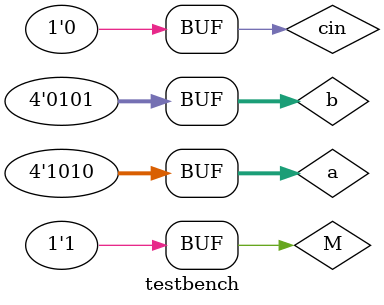
<source format=v>
module bit_be(s,c,a,b,cin);
input a,b,cin;
output s,c;
reg s,c;
always @(*)
begin
if(a==1 & b==1)
begin
s=cin;
c=1;
end
else
begin
        if(cin==0)
        begin
        s=a+b;c=0;
        end
        else
        begin
        if(a==1 | b==1)
        begin s=0;c=1; end
        else 
        begin 
        s=1;c=0;
        end
        end
end
end
endmodule


module ADDSUB(s,carry,v,M,a,b,cin);
    input [3:0]a,b;
    input cin,M;
    output [3:0]s;
    output carry,v;
    wire [3:0]x;   
    xor x1(x[0],b[0],M),
        x2(x[1],b[1],M),
        x3(x[2],b[2],M),
        x4(x[3],b[3],M);
    wire c1,c2,c3;
    bit_be b1(s[0],c1,a[0],x[0],cin),
           b2(s[1],c2,a[1],x[1],c1),
           b3(s[2],c3,a[2],x[2],c2),
           b4(s[3],carry,a[3],x[3],c3);
    xor(v,carry,c3);
endmodule

module testbench;
reg [3:0]a,b;
reg cin,M;
wire [3:0]s;
wire carry,v;
ADDSUB P(s,carry,v,M,a,b,cin);
initial
begin 
$dumpvars();
$dumpfile("ADDSUB.vcd");
$monitor($time,"a=%b b=%b cin=%b M=%b s=%b carry=%b v=%b",a,b,cin,M,s,carry,v);
#0 a=4'b1010;
b=4'b0101;
cin=1'b1;
M=1'b0;
#5 a=4'b1010;
b=4'b0101;
cin = 1'b0;
M=1'b1;
end
endmodule


</source>
